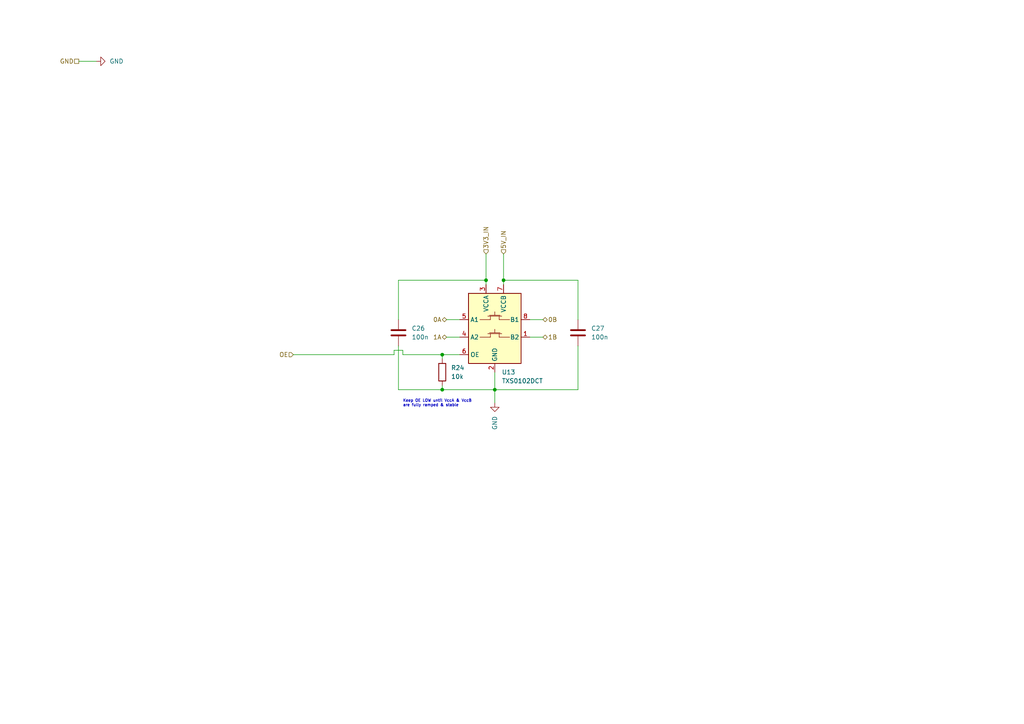
<source format=kicad_sch>
(kicad_sch (version 20211123) (generator eeschema)
  (paper "A4")
  (lib_symbols
    (symbol "000_Capacitor_FIlm_Immo:cap_film_0805" (pin_numbers hide) (pin_names (offset 0.254))
      (property "Reference" "C6" (at 1.27 2.54 0))
      (property "Value" "cap_film_0805" (at 2.54 -2.54 0))
      (symbol "cap_film_0805_0_1"
        (polyline (pts (xy -2.032 -0.762) (xy 2.032 -0.762)) (stroke (width 0.508)))
        (polyline (pts (xy -2.032 0.762) (xy 2.032 0.762)) (stroke (width 0.508)))
      )
      (symbol "cap_film_0805_1_1"
        (pin passive line (at 0 3.81 270) (length 2.794) (name "~") (number "1"))
        (pin passive line (at 0 -3.81 90) (length 2.794) (name "~") (number "2"))
      )
    )
    (symbol "000_Resistors_Immo:Resistor_0805" (pin_numbers hide) (pin_names (offset 0))
      (property "Reference" "R1" (at 2.54 1.2701 0))
      (property "Value" "Resistor_0805" (at 2.54 -1.2699 0))
      (symbol "Resistor_0805_0_1"
        (rectangle (start -1.016 -2.54) (end 1.016 2.54) (stroke (width 0.254)))
      )
      (symbol "Resistor_0805_1_1"
        (pin passive line (at 0 3.81 270) (length 1.27) (name "~") (number "1"))
        (pin passive line (at 0 -3.81 90) (length 1.27) (name "~") (number "2"))
      )
    )
    (symbol "Logic_LevelTranslator:TXS0102DCT"
      (property "Reference" "U" (at -6.35 11.43 0))
      (property "Value" "TXS0102DCT" (at 3.81 11.43 0))
      (symbol "TXS0102DCT_0_1"
        (rectangle (start -7.62 10.16) (end 7.62 -10.16) (stroke (width 0.254)) (fill (type background)))
        (polyline (pts (xy -4.318 -2.54) (xy -1.27 -2.54)))
        (polyline (pts (xy -2.032 -1.524) (xy 2.032 -1.524)))
        (polyline (pts (xy -1.524 -1.27) (xy 1.524 -1.27)))
        (polyline (pts (xy -1.27 -2.54) (xy -1.27 -1.524)))
        (polyline (pts (xy 0 -1.27) (xy 0 -0.254)))
        (polyline (pts (xy 1.27 -2.54) (xy 1.27 -1.524)))
        (polyline (pts (xy 4.318 -2.54) (xy 1.27 -2.54)))
      )
      (symbol "TXS0102DCT_1_1"
        (polyline (pts (xy -4.318 2.54) (xy -1.27 2.54)))
        (polyline (pts (xy -2.032 3.556) (xy 2.032 3.556)))
        (polyline (pts (xy -1.524 3.81) (xy 1.524 3.81)))
        (polyline (pts (xy -1.27 2.54) (xy -1.27 3.556)))
        (polyline (pts (xy 0 3.81) (xy 0 4.826)))
        (polyline (pts (xy 1.27 2.54) (xy 1.27 3.556)))
        (polyline (pts (xy 4.318 2.54) (xy 1.27 2.54)))
        (pin bidirectional line (at 10.16 -2.54 180) (length 2.54) (name "B2") (number "1"))
        (pin power_in line (at 0 -12.7 90) (length 2.54) (name "GND") (number "2"))
        (pin power_in line (at -2.54 12.7 270) (length 2.54) (name "VCCA") (number "3"))
        (pin bidirectional line (at -10.16 -2.54 0) (length 2.54) (name "A2") (number "4"))
        (pin bidirectional line (at -10.16 2.54 0) (length 2.54) (name "A1") (number "5"))
        (pin input line (at -10.16 -7.62 0) (length 2.54) (name "OE") (number "6"))
        (pin power_in line (at 2.54 12.7 270) (length 2.54) (name "VCCB") (number "7"))
        (pin bidirectional line (at 10.16 2.54 180) (length 2.54) (name "B1") (number "8"))
      )
    )
    (symbol "power:GND" (power) (pin_names (offset 0))
      (property "Value" "GND" (at 0 -3.81 0))
      (symbol "GND_0_1"
        (polyline (pts (xy 0 0) (xy 0 -1.27) (xy 1.27 -1.27) (xy 0 -2.54) (xy -1.27 -1.27) (xy 0 -1.27)))
      )
      (symbol "GND_1_1"
        (pin power_in line (at 0 0 270) (length 0) hide (name "GND") (number "1"))
      )
    )
  )
  (junction (at 146.05 81.28))
  (junction (at 128.27 102.87))
  (junction (at 143.51 113.03))
  (junction (at 128.27 113.03))
  (junction (at 140.97 81.28))
  (wire (pts (xy 129.54 92.71) (xy 133.35 92.71)))
  (wire (pts (xy 143.51 113.03) (xy 143.51 116.84)))
  (wire (pts (xy 128.27 113.03) (xy 143.51 113.03)))
  (wire (pts (xy 116.84 102.87) (xy 116.84 101.6)))
  (wire (pts (xy 128.27 102.87) (xy 128.27 104.14)))
  (wire (pts (xy 128.27 113.03) (xy 128.27 111.76)))
  (wire (pts (xy 140.97 81.28) (xy 115.57 81.28)))
  (wire (pts (xy 157.48 92.71) (xy 153.67 92.71)))
  (wire (pts (xy 146.05 73.66) (xy 146.05 81.28)))
  (wire (pts (xy 167.64 113.03) (xy 143.51 113.03)))
  (wire (pts (xy 115.57 81.28) (xy 115.57 92.71)))
  (wire (pts (xy 146.05 81.28) (xy 167.64 81.28)))
  (wire (pts (xy 129.54 97.79) (xy 133.35 97.79)))
  (wire (pts (xy 22.86 17.78) (xy 27.94 17.78)))
  (wire (pts (xy 116.84 101.6) (xy 114.3 101.6)))
  (wire (pts (xy 146.05 81.28) (xy 146.05 82.55)))
  (wire (pts (xy 157.48 97.79) (xy 153.67 97.79)))
  (wire (pts (xy 115.57 113.03) (xy 128.27 113.03)))
  (wire (pts (xy 116.84 102.87) (xy 128.27 102.87)))
  (wire (pts (xy 140.97 81.28) (xy 140.97 82.55)))
  (wire (pts (xy 140.97 73.66) (xy 140.97 81.28)))
  (wire (pts (xy 167.64 81.28) (xy 167.64 92.71)))
  (wire (pts (xy 115.57 100.33) (xy 115.57 113.03)))
  (wire (pts (xy 114.3 101.6) (xy 114.3 102.87)))
  (wire (pts (xy 85.09 102.87) (xy 114.3 102.87)))
  (wire (pts (xy 128.27 102.87) (xy 133.35 102.87)))
  (wire (pts (xy 143.51 107.95) (xy 143.51 113.03)))
  (wire (pts (xy 167.64 100.33) (xy 167.64 113.03)))
  (text "Keep OE LOW until VccA & VccB\nare fully ramped & stable" (at 116.84 118.11 0) (effects (font (size 0.8 0.8)) (justify left bottom)))
  (hierarchical_label "GND" (shape passive) (at 22.86 17.78 180))
  (hierarchical_label "1B" (shape bidirectional) (at 157.48 97.79 0))
  (hierarchical_label "0A" (shape bidirectional) (at 129.54 92.71 180))
  (hierarchical_label "OE" (shape input) (at 85.09 102.87 180))
  (hierarchical_label "1A" (shape bidirectional) (at 129.54 97.79 180))
  (hierarchical_label "3V3_IN" (shape input) (at 140.97 73.66 90))
  (hierarchical_label "0B" (shape bidirectional) (at 157.48 92.71 0))
  (hierarchical_label "5V_IN" (shape input) (at 146.05 73.66 90))
  (symbol (lib_id "000_Capacitor_FIlm_Immo:cap_film_0805") (at 167.64 96.52 0) (unit 1)
    (property "Reference" "C27" (at 171.45 95.2499 0) (effects (justify left)))
    (property "Value" "100n" (at 171.45 97.7899 0) (effects (justify left)))
    (property "Footprint" "Capacitor_SMD:C_0805_2012Metric_Pad1.18x1.45mm_HandSolder" (effects hide))
  )
  (symbol (lib_id "000_Capacitor_FIlm_Immo:cap_film_0805") (at 115.57 96.52 0) (unit 1)
    (property "Reference" "C26" (at 119.38 95.2499 0) (effects (justify left)))
    (property "Value" "100n" (at 119.38 97.7899 0) (effects (justify left)))
    (property "Footprint" "Capacitor_SMD:C_0805_2012Metric_Pad1.18x1.45mm_HandSolder" (effects hide))
  )
  (symbol (lib_id "power:GND") (at 143.51 116.84 0) (unit 1)
    (property "Reference" "#PWR081" (effects hide))
    (property "Value" "GND" (at 143.5101 120.65 90) (effects (justify right)))
  )
  (symbol (lib_id "power:GND") (at 27.94 17.78 90) (unit 1)
    (property "Reference" "#PWR080" (effects hide))
    (property "Value" "GND" (at 31.75 17.7799 90) (effects (justify right)))
  )
  (symbol (lib_id "000_Resistors_Immo:Resistor_0805") (at 128.27 107.95 0) (unit 1)
    (property "Reference" "R24" (at 130.81 106.6799 0) (effects (justify left)))
    (property "Value" "10k" (at 130.81 109.2199 0) (effects (justify left)))
    (property "Footprint" "Resistor_SMD:R_0805_2012Metric_Pad1.20x1.40mm_HandSolder" (effects hide))
  )
  (symbol (lib_id "Logic_LevelTranslator:TXS0102DCT") (at 143.51 95.25 0) (unit 1)
    (property "Reference" "U13" (at 145.5294 107.95 0) (effects (justify left)))
    (property "Value" "TXS0102DCT" (at 145.5294 110.49 0) (effects (justify left)))
    (property "Footprint" "Package_SO:SSOP-8_2.95x2.8mm_P0.65mm" (effects hide))
    (property "Datasheet" "http://www.ti.com/lit/gpn/txs0102" (effects hide))
  )
)
</source>
